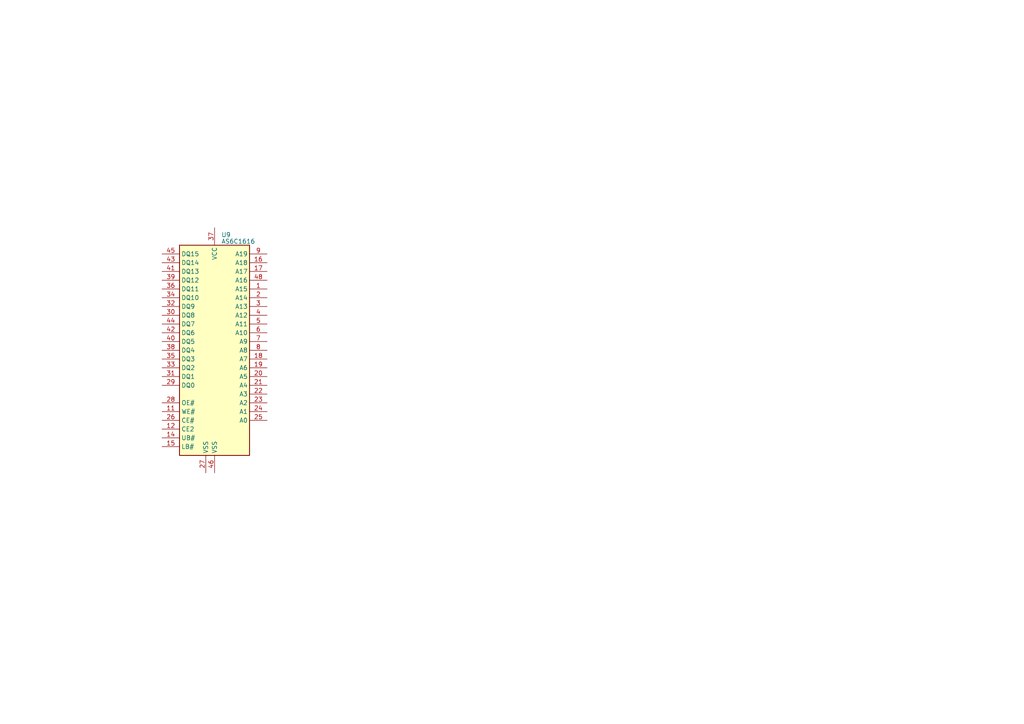
<source format=kicad_sch>
(kicad_sch (version 20230121) (generator eeschema)
  (paper "A4")
  (lib_symbols
    (symbol "Memory_RAM:AS6C1616"
      (property "Reference" "U" (at -8.89 31.75 0))
      (property "Value" "AS6C1616" (at 6.35 -31.75 0))
      (symbol "AS6C1616_0_1"
        (rectangle (start -10.16 30.48) (end 10.16 -30.48) (stroke (width 0.254)) (fill (type background)))
      )
      (symbol "AS6C1616_1_1"
        (pin input line (at 15.24 17.78 180) (length 5.08) (name "A15") (number "1"))
        (pin no_connect line (at 10.16 -22.86 180) (length 0) hide (name "NC") (number "10"))
        (pin input line (at -15.24 -17.78 0) (length 5.08) (name "WE#") (number "11"))
        (pin input line (at -15.24 -22.86 0) (length 5.08) (name "CE2") (number "12"))
        (pin no_connect line (at 10.16 -25.4 180) (length 0) hide (name "NC") (number "13"))
        (pin input line (at -15.24 -25.4 0) (length 5.08) (name "UB#") (number "14"))
        (pin input line (at -15.24 -27.94 0) (length 5.08) (name "LB#") (number "15"))
        (pin input line (at 15.24 25.4 180) (length 5.08) (name "A18") (number "16"))
        (pin input line (at 15.24 22.86 180) (length 5.08) (name "A17") (number "17"))
        (pin input line (at 15.24 -2.54 180) (length 5.08) (name "A7") (number "18"))
        (pin input line (at 15.24 -5.08 180) (length 5.08) (name "A6") (number "19"))
        (pin input line (at 15.24 15.24 180) (length 5.08) (name "A14") (number "2"))
        (pin input line (at 15.24 -7.62 180) (length 5.08) (name "A5") (number "20"))
        (pin input line (at 15.24 -10.16 180) (length 5.08) (name "A4") (number "21"))
        (pin input line (at 15.24 -12.7 180) (length 5.08) (name "A3") (number "22"))
        (pin input line (at 15.24 -15.24 180) (length 5.08) (name "A2") (number "23"))
        (pin input line (at 15.24 -17.78 180) (length 5.08) (name "A1") (number "24"))
        (pin input line (at 15.24 -20.32 180) (length 5.08) (name "A0") (number "25"))
        (pin input line (at -15.24 -20.32 0) (length 5.08) (name "CE#") (number "26"))
        (pin power_in line (at -2.54 -35.56 90) (length 5.08) (name "VSS") (number "27"))
        (pin input line (at -15.24 -15.24 0) (length 5.08) (name "OE#") (number "28"))
        (pin bidirectional line (at -15.24 -10.16 0) (length 5.08) (name "DQ0") (number "29"))
        (pin input line (at 15.24 12.7 180) (length 5.08) (name "A13") (number "3"))
        (pin bidirectional line (at -15.24 10.16 0) (length 5.08) (name "DQ8") (number "30"))
        (pin bidirectional line (at -15.24 -7.62 0) (length 5.08) (name "DQ1") (number "31"))
        (pin bidirectional line (at -15.24 12.7 0) (length 5.08) (name "DQ9") (number "32"))
        (pin bidirectional line (at -15.24 -5.08 0) (length 5.08) (name "DQ2") (number "33"))
        (pin bidirectional line (at -15.24 15.24 0) (length 5.08) (name "DQ10") (number "34"))
        (pin bidirectional line (at -15.24 -2.54 0) (length 5.08) (name "DQ3") (number "35"))
        (pin bidirectional line (at -15.24 17.78 0) (length 5.08) (name "DQ11") (number "36"))
        (pin power_in line (at 0 35.56 270) (length 5.08) (name "VCC") (number "37"))
        (pin bidirectional line (at -15.24 0 0) (length 5.08) (name "DQ4") (number "38"))
        (pin bidirectional line (at -15.24 20.32 0) (length 5.08) (name "DQ12") (number "39"))
        (pin input line (at 15.24 10.16 180) (length 5.08) (name "A12") (number "4"))
        (pin bidirectional line (at -15.24 2.54 0) (length 5.08) (name "DQ5") (number "40"))
        (pin bidirectional line (at -15.24 22.86 0) (length 5.08) (name "DQ13") (number "41"))
        (pin bidirectional line (at -15.24 5.08 0) (length 5.08) (name "DQ6") (number "42"))
        (pin bidirectional line (at -15.24 25.4 0) (length 5.08) (name "DQ14") (number "43"))
        (pin bidirectional line (at -15.24 7.62 0) (length 5.08) (name "DQ7") (number "44"))
        (pin input line (at -15.24 27.94 0) (length 5.08) (name "DQ15") (number "45"))
        (pin power_in line (at 0 -35.56 90) (length 5.08) (name "VSS") (number "46"))
        (pin no_connect line (at 10.16 -27.94 180) (length 0) hide (name "NC") (number "47"))
        (pin input line (at 15.24 20.32 180) (length 5.08) (name "A16") (number "48"))
        (pin input line (at 15.24 7.62 180) (length 5.08) (name "A11") (number "5"))
        (pin input line (at 15.24 5.08 180) (length 5.08) (name "A10") (number "6"))
        (pin input line (at 15.24 2.54 180) (length 5.08) (name "A9") (number "7"))
        (pin input line (at 15.24 0 180) (length 5.08) (name "A8") (number "8"))
        (pin input line (at 15.24 27.94 180) (length 5.08) (name "A19") (number "9"))
      )
    )
  )
  (symbol (lib_id "Memory_RAM:AS6C1616") (at 62.23 101.6 0) (unit 1)
    (property "Reference" "U9" (at 64.1859 68.1101 0) (effects (justify left)))
    (property "Value" "AS6C1616" (at 64.1859 70.0311 0) (effects (justify left)))
    (property "Footprint" "Package_SO:TSOP-I-48_18.4x12mm_P0.5mm" (effects hide))
    (property "Datasheet" "https://www.alliancememory.com/wp-content/uploads/pdf/AS6C1616-TSOPI.pdf" (effects hide))
  )
)
</source>
